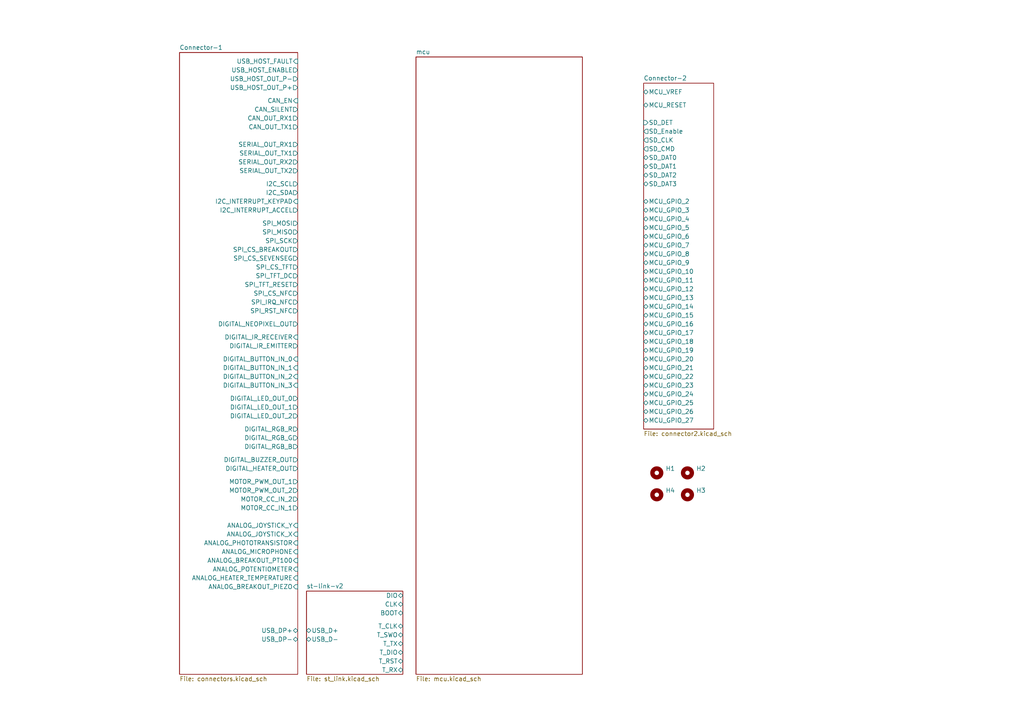
<source format=kicad_sch>
(kicad_sch (version 20231120) (generator "eeschema") (generator_version "8.0")
  (paper "A4")
  (lib_symbols
    (symbol "Mechanical:MountingHole" (pin_names (offset 1.016))
      (property "Reference" "H" (at 0 5.08 0))
      (property "Value" "MountingHole" (at 0 3.175 0))
      (symbol "MountingHole_0_1"
        (circle (center 0 0) (radius 1.27) (stroke (width 1.27)))
      )
    )
  )
  (symbol (lib_id "Mechanical:MountingHole") (at 190.5 137.16 0) (unit 1)
    (property "Reference" "H1" (at 193.04 135.8899 0) (effects (justify left)))
    (property "Value" "MountingHole" (effects (hide yes)))
    (property "Footprint" "MountingHole:MountingHole_3.2mm_M3_ISO14580_Pad" (effects (hide yes)))
    (property "Description" "Mounting Hole without connection" (effects (hide yes)))
  )
  (symbol (lib_id "Mechanical:MountingHole") (at 199.39 137.16 0) (unit 1)
    (property "Reference" "H2" (at 201.93 135.8899 0) (effects (justify left)))
    (property "Value" "MountingHole" (effects (hide yes)))
    (property "Footprint" "MountingHole:MountingHole_3.2mm_M3_ISO14580_Pad" (effects (hide yes)))
    (property "Description" "Mounting Hole without connection" (effects (hide yes)))
  )
  (symbol (lib_id "Mechanical:MountingHole") (at 190.5 143.51 0) (unit 1)
    (property "Reference" "H4" (at 193.04 142.2399 0) (effects (justify left)))
    (property "Value" "MountingHole" (effects (hide yes)))
    (property "Footprint" "MountingHole:MountingHole_3.2mm_M3_ISO14580_Pad" (effects (hide yes)))
    (property "Description" "Mounting Hole without connection" (effects (hide yes)))
  )
  (symbol (lib_id "Mechanical:MountingHole") (at 199.39 143.51 0) (unit 1)
    (property "Reference" "H3" (at 201.93 142.2399 0) (effects (justify left)))
    (property "Value" "MountingHole" (effects (hide yes)))
    (property "Footprint" "MountingHole:MountingHole_3.2mm_M3_ISO14580_Pad" (effects (hide yes)))
    (property "Description" "Mounting Hole without connection" (effects (hide yes)))
  )
  (sheet (at 120.65 16.51) (size 48.26 179.07) (stroke (width 0.1524))
    (property "Sheetname" "mcu" (at 120.65 15.7984 0) (effects (justify left bottom)))
    (property "Sheetfile" "mcu.kicad_sch" (at 120.65 196.1646 0) (effects (justify left top)))
  )
  (sheet (at 52.07 15.24) (size 34.29 180.34) (stroke (width 0.1524))
    (property "Sheetname" "Connector-1" (at 52.07 14.5284 0) (effects (justify left bottom)))
    (property "Sheetfile" "connectors.kicad_sch" (at 52.07 196.1646 0) (effects (justify left top)))
    (pin "CAN_EN" input (at 86.36 29.21 0))
    (pin "SERIAL_OUT_RX2" output (at 86.36 46.99 0))
    (pin "USB_HOST_OUT_P-" output (at 86.36 22.86 0))
    (pin "USB_HOST_OUT_P+" output (at 86.36 25.4 0))
    (pin "USB_HOST_ENABLE" output (at 86.36 20.32 0))
    (pin "SERIAL_OUT_TX2" output (at 86.36 49.53 0))
    (pin "SPI_MISO" output (at 86.36 67.31 0))
    (pin "SPI_SCK" output (at 86.36 69.85 0))
    (pin "SPI_CS_BREAKOUT" output (at 86.36 72.39 0))
    (pin "SPI_MOSI" output (at 86.36 64.77 0))
    (pin "CAN_SILENT" output (at 86.36 31.75 0))
    (pin "SPI_CS_NFC" output (at 86.36 85.09 0))
    (pin "SPI_IRQ_NFC" output (at 86.36 87.63 0))
    (pin "SPI_RST_NFC" output (at 86.36 90.17 0))
    (pin "SPI_CS_SEVENSEG" output (at 86.36 74.93 0))
    (pin "SPI_TFT_DC" output (at 86.36 80.01 0))
    (pin "SPI_CS_TFT" output (at 86.36 77.47 0))
    (pin "SPI_TFT_RESET" output (at 86.36 82.55 0))
    (pin "DIGITAL_BUZZER_OUT" output (at 86.36 133.35 0))
    (pin "MOTOR_PWM_OUT_2" output (at 86.36 142.24 0))
    (pin "MOTOR_CC_IN_2" output (at 86.36 144.78 0))
    (pin "DIGITAL_HEATER_OUT" output (at 86.36 135.89 0))
    (pin "DIGITAL_LED_OUT_2" output (at 86.36 120.65 0))
    (pin "DIGITAL_LED_OUT_1" output (at 86.36 118.11 0))
    (pin "MOTOR_PWM_OUT_1" output (at 86.36 139.7 0))
    (pin "MOTOR_CC_IN_1" output (at 86.36 147.32 0))
    (pin "DIGITAL_LED_OUT_0" output (at 86.36 115.57 0))
    (pin "DIGITAL_RGB_B" output (at 86.36 129.54 0))
    (pin "DIGITAL_BUTTON_IN_1" input (at 86.36 106.68 0))
    (pin "DIGITAL_BUTTON_IN_0" input (at 86.36 104.14 0))
    (pin "DIGITAL_RGB_G" output (at 86.36 127 0))
    (pin "DIGITAL_RGB_R" output (at 86.36 124.46 0))
    (pin "DIGITAL_BUTTON_IN_3" input (at 86.36 111.76 0))
    (pin "DIGITAL_BUTTON_IN_2" input (at 86.36 109.22 0))
    (pin "DIGITAL_NEOPIXEL_OUT" output (at 86.36 93.98 0))
    (pin "I2C_INTERRUPT_KEYPAD" input (at 86.36 58.42 0))
    (pin "DIGITAL_IR_RECEIVER" input (at 86.36 97.79 0))
    (pin "DIGITAL_IR_EMITTER" output (at 86.36 100.33 0))
    (pin "USB_DP-" bidirectional (at 86.36 185.42 0))
    (pin "SERIAL_OUT_RX1" output (at 86.36 41.91 0))
    (pin "USB_DP+" bidirectional (at 86.36 182.88 0))
    (pin "SERIAL_OUT_TX1" output (at 86.36 44.45 0))
    (pin "USB_HOST_FAULT" input (at 86.36 17.78 0))
    (pin "I2C_SCL" output (at 86.36 53.34 0))
    (pin "CAN_OUT_RX1" output (at 86.36 34.29 0))
    (pin "CAN_OUT_TX1" output (at 86.36 36.83 0))
    (pin "I2C_INTERRUPT_ACCEL" output (at 86.36 60.96 0))
    (pin "I2C_SDA" output (at 86.36 55.88 0))
    (pin "ANALOG_JOYSTICK_Y" input (at 86.36 152.4 0))
    (pin "ANALOG_JOYSTICK_X" input (at 86.36 154.94 0))
    (pin "ANALOG_PHOTOTRANSISTOR" input (at 86.36 157.48 0))
    (pin "ANALOG_MICROPHONE" input (at 86.36 160.02 0))
    (pin "ANALOG_BREAKOUT_PT100" input (at 86.36 162.56 0))
    (pin "ANALOG_POTENTIOMETER" input (at 86.36 165.1 0))
    (pin "ANALOG_HEATER_TEMPERATURE" input (at 86.36 167.64 0))
    (pin "ANALOG_BREAKOUT_PIEZO" input (at 86.36 170.18 0))
  )
  (sheet (at 88.9 171.45) (size 27.94 24.13) (stroke (width 0.1524))
    (property "Sheetname" "st-link-v2" (at 88.9 170.7384 0) (effects (justify left bottom)))
    (property "Sheetfile" "st_link.kicad_sch" (at 88.9 196.1646 0) (effects (justify left top)))
    (pin "T_SWO" bidirectional (at 116.84 184.15 0))
    (pin "DIO" bidirectional (at 116.84 172.72 0))
    (pin "CLK" bidirectional (at 116.84 175.26 0))
    (pin "USB_D+" bidirectional (at 88.9 182.88 180))
    (pin "USB_D-" bidirectional (at 88.9 185.42 180))
    (pin "T_RST" bidirectional (at 116.84 191.77 0))
    (pin "T_RX" bidirectional (at 116.84 194.31 0))
    (pin "T_CLK" bidirectional (at 116.84 181.61 0))
    (pin "T_TX" bidirectional (at 116.84 186.69 0))
    (pin "T_DIO" bidirectional (at 116.84 189.23 0))
    (pin "BOOT" bidirectional (at 116.84 177.8 0))
  )
  (sheet (at 186.69 24.13) (size 20.32 100.33) (stroke (width 0.1524))
    (property "Sheetname" "Connector-2" (at 186.69 23.4184 0) (effects (justify left bottom)))
    (property "Sheetfile" "connector2.kicad_sch" (at 186.69 125.0446 0) (effects (justify left top)))
    (pin "MCU_GPIO_11" bidirectional (at 186.69 81.28 180))
    (pin "MCU_GPIO_10" bidirectional (at 186.69 78.74 180))
    (pin "MCU_GPIO_22" bidirectional (at 186.69 109.22 180))
    (pin "MCU_GPIO_9" bidirectional (at 186.69 76.2 180))
    (pin "SD_CMD" output (at 186.69 43.18 180))
    (pin "MCU_GPIO_2" bidirectional (at 186.69 58.42 180))
    (pin "MCU_GPIO_4" bidirectional (at 186.69 63.5 180))
    (pin "MCU_GPIO_27" bidirectional (at 186.69 121.92 180))
    (pin "MCU_GPIO_3" bidirectional (at 186.69 60.96 180))
    (pin "MCU_GPIO_17" bidirectional (at 186.69 96.52 180))
    (pin "MCU_VREF" bidirectional (at 186.69 26.67 180))
    (pin "SD_DET" input (at 186.69 35.56 180))
    (pin "MCU_RESET" bidirectional (at 186.69 30.48 180))
    (pin "MCU_GPIO_12" bidirectional (at 186.69 83.82 180))
    (pin "MCU_GPIO_21" bidirectional (at 186.69 106.68 180))
    (pin "MCU_GPIO_20" bidirectional (at 186.69 104.14 180))
    (pin "MCU_GPIO_16" bidirectional (at 186.69 93.98 180))
    (pin "MCU_GPIO_15" bidirectional (at 186.69 91.44 180))
    (pin "MCU_GPIO_8" bidirectional (at 186.69 73.66 180))
    (pin "MCU_GPIO_23" bidirectional (at 186.69 111.76 180))
    (pin "MCU_GPIO_18" bidirectional (at 186.69 99.06 180))
    (pin "MCU_GPIO_7" bidirectional (at 186.69 71.12 180))
    (pin "MCU_GPIO_25" bidirectional (at 186.69 116.84 180))
    (pin "MCU_GPIO_24" bidirectional (at 186.69 114.3 180))
    (pin "MCU_GPIO_5" bidirectional (at 186.69 66.04 180))
    (pin "MCU_GPIO_19" bidirectional (at 186.69 101.6 180))
    (pin "MCU_GPIO_6" bidirectional (at 186.69 68.58 180))
    (pin "MCU_GPIO_26" bidirectional (at 186.69 119.38 180))
    (pin "MCU_GPIO_13" bidirectional (at 186.69 86.36 180))
    (pin "SD_Enable" output (at 186.69 38.1 180))
    (pin "SD_DAT2" bidirectional (at 186.69 50.8 180))
    (pin "SD_DAT1" bidirectional (at 186.69 48.26 180))
    (pin "SD_DAT0" bidirectional (at 186.69 45.72 180))
    (pin "MCU_GPIO_14" bidirectional (at 186.69 88.9 180))
    (pin "SD_DAT3" bidirectional (at 186.69 53.34 180))
    (pin "SD_CLK" output (at 186.69 40.64 180))
  )
)
</source>
